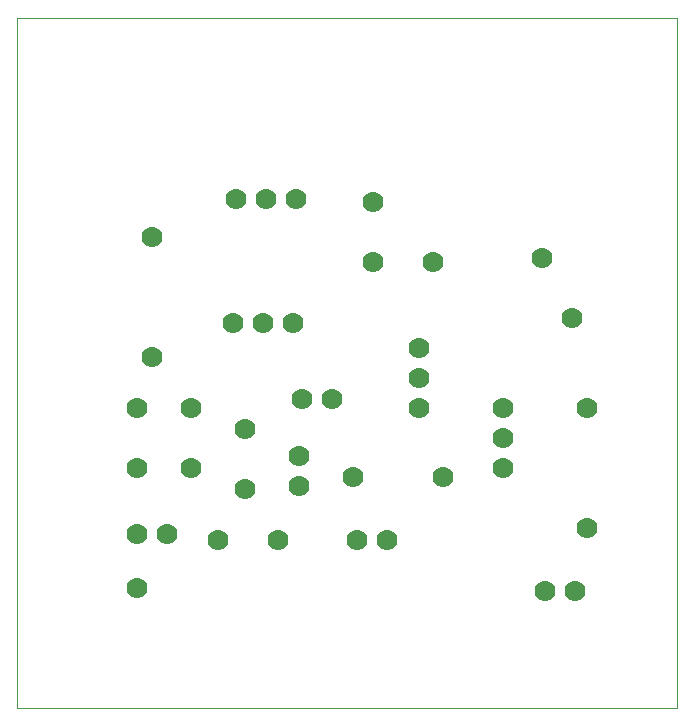
<source format=gtl>
G75*
%MOIN*%
%OFA0B0*%
%FSLAX25Y25*%
%IPPOS*%
%LPD*%
%AMOC8*
5,1,8,0,0,1.08239X$1,22.5*
%
%ADD10C,0.00472*%
%ADD11C,0.07000*%
D10*
X0001236Y0001236D02*
X0221236Y0001236D01*
X0221236Y0231236D01*
X0001236Y0231236D01*
X0001236Y0221236D01*
X0001236Y0001236D01*
D11*
X0041236Y0041236D03*
X0041236Y0059236D03*
X0051236Y0059236D03*
X0068236Y0057236D03*
X0077236Y0074236D03*
X0088236Y0057236D03*
X0095236Y0075236D03*
X0095236Y0085236D03*
X0096236Y0104236D03*
X0106236Y0104236D03*
X0113236Y0078236D03*
X0114549Y0057236D03*
X0124549Y0057236D03*
X0143236Y0078236D03*
X0163236Y0081236D03*
X0163236Y0091236D03*
X0163236Y0101236D03*
X0191236Y0101236D03*
X0186236Y0131236D03*
X0176236Y0151236D03*
X0139799Y0149812D03*
X0119799Y0149812D03*
X0119799Y0169812D03*
X0094236Y0171059D03*
X0084236Y0171059D03*
X0074236Y0171059D03*
X0046236Y0158236D03*
X0073236Y0129413D03*
X0083236Y0129413D03*
X0093236Y0129413D03*
X0077236Y0094236D03*
X0059236Y0101236D03*
X0046236Y0118236D03*
X0041236Y0101236D03*
X0041236Y0081236D03*
X0059236Y0081236D03*
X0135236Y0101236D03*
X0135236Y0111236D03*
X0135236Y0121236D03*
X0191236Y0061236D03*
X0187236Y0040236D03*
X0177236Y0040236D03*
M02*

</source>
